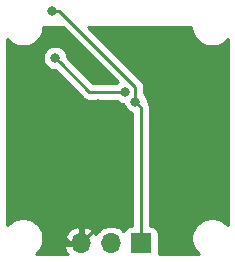
<source format=gbl>
G04 #@! TF.GenerationSoftware,KiCad,Pcbnew,(5.1.2)-1*
G04 #@! TF.CreationDate,2020-07-25T21:03:26+09:00*
G04 #@! TF.ProjectId,cs,63732e6b-6963-4616-945f-706362585858,v1.1*
G04 #@! TF.SameCoordinates,Original*
G04 #@! TF.FileFunction,Copper,L2,Bot*
G04 #@! TF.FilePolarity,Positive*
%FSLAX46Y46*%
G04 Gerber Fmt 4.6, Leading zero omitted, Abs format (unit mm)*
G04 Created by KiCad (PCBNEW (5.1.2)-1) date 2020-07-25 21:03:26*
%MOMM*%
%LPD*%
G04 APERTURE LIST*
%ADD10O,1.700000X1.700000*%
%ADD11R,1.700000X1.700000*%
%ADD12C,0.800000*%
%ADD13C,0.250000*%
%ADD14C,0.254000*%
G04 APERTURE END LIST*
D10*
X141920000Y-138400000D03*
X144460000Y-138400000D03*
D11*
X147000000Y-138400000D03*
D12*
X143332400Y-126650700D03*
X137393600Y-124655200D03*
X145600000Y-134900000D03*
X150100000Y-135100000D03*
X148400000Y-132900000D03*
X136000000Y-127700000D03*
X137700000Y-135200000D03*
X150400000Y-122500000D03*
X153700000Y-122800000D03*
X146520000Y-126420300D03*
X139474990Y-118709521D03*
X145653600Y-125598000D03*
X139725010Y-122704215D03*
D13*
X141920000Y-126668700D02*
X143314400Y-126668700D01*
X143314400Y-126668700D02*
X143332400Y-126650700D01*
X137393600Y-124655200D02*
X139407100Y-126668700D01*
X139407100Y-126668700D02*
X141920000Y-126668700D01*
X138000000Y-130588700D02*
X141920000Y-126668700D01*
X138000000Y-135400000D02*
X138000000Y-130588700D01*
X141920000Y-138400000D02*
X141000000Y-138400000D01*
X141000000Y-138400000D02*
X138000000Y-135400000D01*
X141920000Y-138400000D02*
X145420000Y-134900000D01*
X145420000Y-134900000D02*
X145600000Y-134900000D01*
X148817500Y-132996300D02*
X148496300Y-132996300D01*
X148496300Y-132996300D02*
X148400000Y-132900000D01*
X150100000Y-135100000D02*
X148400000Y-133400000D01*
X148400000Y-133400000D02*
X148400000Y-132900000D01*
X137393600Y-124655200D02*
X137393600Y-126306400D01*
X137393600Y-126306400D02*
X136000000Y-127700000D01*
X150500000Y-122600000D02*
X150700000Y-122600000D01*
X150400000Y-122500000D02*
X150500000Y-122600000D01*
X150400000Y-122500000D02*
X153400000Y-122500000D01*
X153400000Y-122500000D02*
X153700000Y-122800000D01*
X147000000Y-138400000D02*
X147000000Y-126900300D01*
X147000000Y-126900300D02*
X146520000Y-126420300D01*
X140040675Y-118709521D02*
X139474990Y-118709521D01*
X146520000Y-125188846D02*
X140040675Y-118709521D01*
X146520000Y-126420300D02*
X146520000Y-125188846D01*
X145653600Y-125598000D02*
X142618795Y-125598000D01*
X140125009Y-123104214D02*
X139725010Y-122704215D01*
X142618795Y-125598000D02*
X140125009Y-123104214D01*
D14*
G36*
X145027749Y-124771397D02*
G01*
X144993826Y-124794063D01*
X144949889Y-124838000D01*
X142933597Y-124838000D01*
X140760010Y-122664414D01*
X140760010Y-122602276D01*
X140720236Y-122402317D01*
X140642215Y-122213959D01*
X140528947Y-122044441D01*
X140384784Y-121900278D01*
X140215266Y-121787010D01*
X140026908Y-121708989D01*
X139826949Y-121669215D01*
X139623071Y-121669215D01*
X139423112Y-121708989D01*
X139234754Y-121787010D01*
X139065236Y-121900278D01*
X138921073Y-122044441D01*
X138807805Y-122213959D01*
X138729784Y-122402317D01*
X138690010Y-122602276D01*
X138690010Y-122806154D01*
X138729784Y-123006113D01*
X138807805Y-123194471D01*
X138921073Y-123363989D01*
X139065236Y-123508152D01*
X139234754Y-123621420D01*
X139423112Y-123699441D01*
X139623071Y-123739215D01*
X139685209Y-123739215D01*
X142054996Y-126109003D01*
X142078794Y-126138001D01*
X142107792Y-126161799D01*
X142194518Y-126232974D01*
X142326548Y-126303546D01*
X142469809Y-126347003D01*
X142581462Y-126358000D01*
X142581472Y-126358000D01*
X142618795Y-126361676D01*
X142656117Y-126358000D01*
X144949889Y-126358000D01*
X144993826Y-126401937D01*
X145163344Y-126515205D01*
X145351702Y-126593226D01*
X145505193Y-126623757D01*
X145524774Y-126722198D01*
X145602795Y-126910556D01*
X145716063Y-127080074D01*
X145860226Y-127224237D01*
X146029744Y-127337505D01*
X146218102Y-127415526D01*
X146240001Y-127419882D01*
X146240000Y-136911928D01*
X146150000Y-136911928D01*
X146025518Y-136924188D01*
X145905820Y-136960498D01*
X145795506Y-137019463D01*
X145698815Y-137098815D01*
X145619463Y-137195506D01*
X145560498Y-137305820D01*
X145539607Y-137374687D01*
X145515134Y-137344866D01*
X145289014Y-137159294D01*
X145031034Y-137021401D01*
X144751111Y-136936487D01*
X144532950Y-136915000D01*
X144387050Y-136915000D01*
X144168889Y-136936487D01*
X143888966Y-137021401D01*
X143630986Y-137159294D01*
X143404866Y-137344866D01*
X143219294Y-137570986D01*
X143184799Y-137635523D01*
X143115178Y-137518645D01*
X142920269Y-137302412D01*
X142686920Y-137128359D01*
X142424099Y-137003175D01*
X142276890Y-136958524D01*
X142047000Y-137079845D01*
X142047000Y-138273000D01*
X142067000Y-138273000D01*
X142067000Y-138527000D01*
X142047000Y-138527000D01*
X142047000Y-138547000D01*
X141793000Y-138547000D01*
X141793000Y-138527000D01*
X140599186Y-138527000D01*
X140478519Y-138756891D01*
X140575843Y-139031252D01*
X140724822Y-139281355D01*
X140777684Y-139340000D01*
X138113661Y-139340000D01*
X138347663Y-139105998D01*
X138537537Y-138821831D01*
X138668325Y-138506081D01*
X138735000Y-138170883D01*
X138735000Y-138043109D01*
X140478519Y-138043109D01*
X140599186Y-138273000D01*
X141793000Y-138273000D01*
X141793000Y-137079845D01*
X141563110Y-136958524D01*
X141415901Y-137003175D01*
X141153080Y-137128359D01*
X140919731Y-137302412D01*
X140724822Y-137518645D01*
X140575843Y-137768748D01*
X140478519Y-138043109D01*
X138735000Y-138043109D01*
X138735000Y-137829117D01*
X138668325Y-137493919D01*
X138537537Y-137178169D01*
X138347663Y-136894002D01*
X138105998Y-136652337D01*
X137821831Y-136462463D01*
X137506081Y-136331675D01*
X137170883Y-136265000D01*
X136829117Y-136265000D01*
X136493919Y-136331675D01*
X136178169Y-136462463D01*
X135894002Y-136652337D01*
X135660000Y-136886339D01*
X135660000Y-121113661D01*
X135894002Y-121347663D01*
X136178169Y-121537537D01*
X136493919Y-121668325D01*
X136829117Y-121735000D01*
X137170883Y-121735000D01*
X137506081Y-121668325D01*
X137821831Y-121537537D01*
X138105998Y-121347663D01*
X138347663Y-121105998D01*
X138537537Y-120821831D01*
X138668325Y-120506081D01*
X138735000Y-120170883D01*
X138735000Y-120127000D01*
X140383353Y-120127000D01*
X145027749Y-124771397D01*
X145027749Y-124771397D01*
G37*
X145027749Y-124771397D02*
X144993826Y-124794063D01*
X144949889Y-124838000D01*
X142933597Y-124838000D01*
X140760010Y-122664414D01*
X140760010Y-122602276D01*
X140720236Y-122402317D01*
X140642215Y-122213959D01*
X140528947Y-122044441D01*
X140384784Y-121900278D01*
X140215266Y-121787010D01*
X140026908Y-121708989D01*
X139826949Y-121669215D01*
X139623071Y-121669215D01*
X139423112Y-121708989D01*
X139234754Y-121787010D01*
X139065236Y-121900278D01*
X138921073Y-122044441D01*
X138807805Y-122213959D01*
X138729784Y-122402317D01*
X138690010Y-122602276D01*
X138690010Y-122806154D01*
X138729784Y-123006113D01*
X138807805Y-123194471D01*
X138921073Y-123363989D01*
X139065236Y-123508152D01*
X139234754Y-123621420D01*
X139423112Y-123699441D01*
X139623071Y-123739215D01*
X139685209Y-123739215D01*
X142054996Y-126109003D01*
X142078794Y-126138001D01*
X142107792Y-126161799D01*
X142194518Y-126232974D01*
X142326548Y-126303546D01*
X142469809Y-126347003D01*
X142581462Y-126358000D01*
X142581472Y-126358000D01*
X142618795Y-126361676D01*
X142656117Y-126358000D01*
X144949889Y-126358000D01*
X144993826Y-126401937D01*
X145163344Y-126515205D01*
X145351702Y-126593226D01*
X145505193Y-126623757D01*
X145524774Y-126722198D01*
X145602795Y-126910556D01*
X145716063Y-127080074D01*
X145860226Y-127224237D01*
X146029744Y-127337505D01*
X146218102Y-127415526D01*
X146240001Y-127419882D01*
X146240000Y-136911928D01*
X146150000Y-136911928D01*
X146025518Y-136924188D01*
X145905820Y-136960498D01*
X145795506Y-137019463D01*
X145698815Y-137098815D01*
X145619463Y-137195506D01*
X145560498Y-137305820D01*
X145539607Y-137374687D01*
X145515134Y-137344866D01*
X145289014Y-137159294D01*
X145031034Y-137021401D01*
X144751111Y-136936487D01*
X144532950Y-136915000D01*
X144387050Y-136915000D01*
X144168889Y-136936487D01*
X143888966Y-137021401D01*
X143630986Y-137159294D01*
X143404866Y-137344866D01*
X143219294Y-137570986D01*
X143184799Y-137635523D01*
X143115178Y-137518645D01*
X142920269Y-137302412D01*
X142686920Y-137128359D01*
X142424099Y-137003175D01*
X142276890Y-136958524D01*
X142047000Y-137079845D01*
X142047000Y-138273000D01*
X142067000Y-138273000D01*
X142067000Y-138527000D01*
X142047000Y-138527000D01*
X142047000Y-138547000D01*
X141793000Y-138547000D01*
X141793000Y-138527000D01*
X140599186Y-138527000D01*
X140478519Y-138756891D01*
X140575843Y-139031252D01*
X140724822Y-139281355D01*
X140777684Y-139340000D01*
X138113661Y-139340000D01*
X138347663Y-139105998D01*
X138537537Y-138821831D01*
X138668325Y-138506081D01*
X138735000Y-138170883D01*
X138735000Y-138043109D01*
X140478519Y-138043109D01*
X140599186Y-138273000D01*
X141793000Y-138273000D01*
X141793000Y-137079845D01*
X141563110Y-136958524D01*
X141415901Y-137003175D01*
X141153080Y-137128359D01*
X140919731Y-137302412D01*
X140724822Y-137518645D01*
X140575843Y-137768748D01*
X140478519Y-138043109D01*
X138735000Y-138043109D01*
X138735000Y-137829117D01*
X138668325Y-137493919D01*
X138537537Y-137178169D01*
X138347663Y-136894002D01*
X138105998Y-136652337D01*
X137821831Y-136462463D01*
X137506081Y-136331675D01*
X137170883Y-136265000D01*
X136829117Y-136265000D01*
X136493919Y-136331675D01*
X136178169Y-136462463D01*
X135894002Y-136652337D01*
X135660000Y-136886339D01*
X135660000Y-121113661D01*
X135894002Y-121347663D01*
X136178169Y-121537537D01*
X136493919Y-121668325D01*
X136829117Y-121735000D01*
X137170883Y-121735000D01*
X137506081Y-121668325D01*
X137821831Y-121537537D01*
X138105998Y-121347663D01*
X138347663Y-121105998D01*
X138537537Y-120821831D01*
X138668325Y-120506081D01*
X138735000Y-120170883D01*
X138735000Y-120127000D01*
X140383353Y-120127000D01*
X145027749Y-124771397D01*
G36*
X151265000Y-120170883D02*
G01*
X151331675Y-120506081D01*
X151462463Y-120821831D01*
X151652337Y-121105998D01*
X151894002Y-121347663D01*
X152178169Y-121537537D01*
X152493919Y-121668325D01*
X152829117Y-121735000D01*
X153170883Y-121735000D01*
X153506081Y-121668325D01*
X153821831Y-121537537D01*
X154105998Y-121347663D01*
X154340000Y-121113661D01*
X154340000Y-128967582D01*
X154340001Y-136886340D01*
X154105998Y-136652337D01*
X153821831Y-136462463D01*
X153506081Y-136331675D01*
X153170883Y-136265000D01*
X152829117Y-136265000D01*
X152493919Y-136331675D01*
X152178169Y-136462463D01*
X151894002Y-136652337D01*
X151652337Y-136894002D01*
X151462463Y-137178169D01*
X151331675Y-137493919D01*
X151265000Y-137829117D01*
X151265000Y-138170883D01*
X151331675Y-138506081D01*
X151462463Y-138821831D01*
X151652337Y-139105998D01*
X151886339Y-139340000D01*
X148479208Y-139340000D01*
X148488072Y-139250000D01*
X148488072Y-137550000D01*
X148475812Y-137425518D01*
X148439502Y-137305820D01*
X148380537Y-137195506D01*
X148301185Y-137098815D01*
X148204494Y-137019463D01*
X148094180Y-136960498D01*
X147974482Y-136924188D01*
X147850000Y-136911928D01*
X147760000Y-136911928D01*
X147760000Y-126937633D01*
X147763677Y-126900300D01*
X147749003Y-126751314D01*
X147705546Y-126608053D01*
X147634974Y-126476024D01*
X147619880Y-126457632D01*
X147555000Y-126378575D01*
X147555000Y-126318361D01*
X147515226Y-126118402D01*
X147437205Y-125930044D01*
X147323937Y-125760526D01*
X147280000Y-125716589D01*
X147280000Y-125226168D01*
X147283676Y-125188845D01*
X147280000Y-125151522D01*
X147280000Y-125151513D01*
X147269003Y-125039860D01*
X147225546Y-124896599D01*
X147154974Y-124764570D01*
X147060001Y-124648845D01*
X147031003Y-124625047D01*
X142532955Y-120127000D01*
X151265000Y-120127000D01*
X151265000Y-120170883D01*
X151265000Y-120170883D01*
G37*
X151265000Y-120170883D02*
X151331675Y-120506081D01*
X151462463Y-120821831D01*
X151652337Y-121105998D01*
X151894002Y-121347663D01*
X152178169Y-121537537D01*
X152493919Y-121668325D01*
X152829117Y-121735000D01*
X153170883Y-121735000D01*
X153506081Y-121668325D01*
X153821831Y-121537537D01*
X154105998Y-121347663D01*
X154340000Y-121113661D01*
X154340000Y-128967582D01*
X154340001Y-136886340D01*
X154105998Y-136652337D01*
X153821831Y-136462463D01*
X153506081Y-136331675D01*
X153170883Y-136265000D01*
X152829117Y-136265000D01*
X152493919Y-136331675D01*
X152178169Y-136462463D01*
X151894002Y-136652337D01*
X151652337Y-136894002D01*
X151462463Y-137178169D01*
X151331675Y-137493919D01*
X151265000Y-137829117D01*
X151265000Y-138170883D01*
X151331675Y-138506081D01*
X151462463Y-138821831D01*
X151652337Y-139105998D01*
X151886339Y-139340000D01*
X148479208Y-139340000D01*
X148488072Y-139250000D01*
X148488072Y-137550000D01*
X148475812Y-137425518D01*
X148439502Y-137305820D01*
X148380537Y-137195506D01*
X148301185Y-137098815D01*
X148204494Y-137019463D01*
X148094180Y-136960498D01*
X147974482Y-136924188D01*
X147850000Y-136911928D01*
X147760000Y-136911928D01*
X147760000Y-126937633D01*
X147763677Y-126900300D01*
X147749003Y-126751314D01*
X147705546Y-126608053D01*
X147634974Y-126476024D01*
X147619880Y-126457632D01*
X147555000Y-126378575D01*
X147555000Y-126318361D01*
X147515226Y-126118402D01*
X147437205Y-125930044D01*
X147323937Y-125760526D01*
X147280000Y-125716589D01*
X147280000Y-125226168D01*
X147283676Y-125188845D01*
X147280000Y-125151522D01*
X147280000Y-125151513D01*
X147269003Y-125039860D01*
X147225546Y-124896599D01*
X147154974Y-124764570D01*
X147060001Y-124648845D01*
X147031003Y-124625047D01*
X142532955Y-120127000D01*
X151265000Y-120127000D01*
X151265000Y-120170883D01*
M02*

</source>
